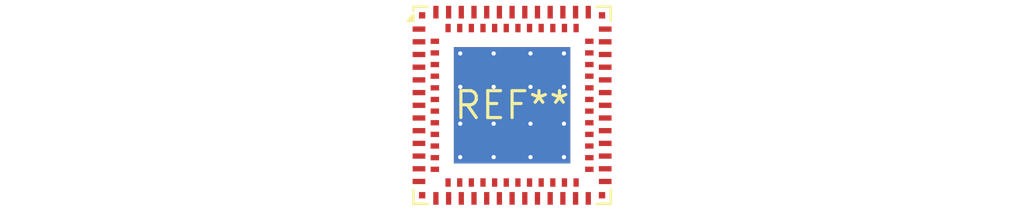
<source format=kicad_pcb>
(kicad_pcb (version 20240108) (generator pcbnew)
  (layers (0 "F.Cu" signal) (31 "B.Cu" signal) (34 "B.Paste" user) (35 "F.Paste" user) (36 "B.SilkS" user "B.Silkscreen") (37 "F.SilkS" user "F.Silkscreen") (38 "B.Mask" user) (39 "F.Mask" user) (44 "Edge.Cuts" user))
  (net 0 "")
  (footprint "Texas_S-PWQFN-N100_EP5.5x5.5mm_ThermalVias" (layer "F.Cu") (at 0 0)
    (property "Reference" "REF**")
    (property "Value" "Texas_S-PWQFN-N100_EP5.5x5.5mm_ThermalVias")
    (fp_line (start -4.66 -4.66) (end -3.99 -4.66) (layer "F.SilkS") (stroke (width 0.12)))
    (fp_line (start -4.66 -4.47) (end -4.66 -4.66) (layer "F.SilkS") (stroke (width 0.12)))
    (fp_line (start -4.66 3.99) (end -4.66 4.66) (layer "F.SilkS") (stroke (width 0.12)))
    (fp_line (start -4.66 4.66) (end -3.99 4.66) (layer "F.SilkS") (stroke (width 0.12)))
    (fp_line (start 4.66 -4.66) (end 3.99 -4.66) (layer "F.SilkS") (stroke (width 0.12)))
    (fp_line (start 4.66 -3.99) (end 4.66 -4.66) (layer "F.SilkS") (stroke (width 0.12)))
    (fp_line (start 4.66 3.99) (end 4.66 4.66) (layer "F.SilkS") (stroke (width 0.12)))
    (fp_line (start 4.66 4.66) (end 3.99 4.66) (layer "F.SilkS") (stroke (width 0.12)))
    (fp_poly (pts (xy -4.66 -3.99) (xy -4.94 -3.99) (xy -4.66 -4.27) (xy -4.66 -3.99)) (layer "F.SilkS") (stroke (width 0.12)) (fill solid))
    (pad "A1" smd rect (at -4.4 -3.6 90) (size 0.25 0.6) (layers "F.Cu" "F.Paste" "F.Mask"))
    (pad "A2" smd rect (at -4.4 -3 90) (size 0.25 0.6) (layers "F.Cu" "F.Paste" "F.Mask"))
    (pad "A3" smd rect (at -4.4 -2.4 90) (size 0.25 0.6) (layers "F.Cu" "F.Paste" "F.Mask"))
    (pad "A4" smd rect (at -4.4 -1.8 90) (size 0.25 0.6) (layers "F.Cu" "F.Paste" "F.Mask"))
    (pad "A5" smd rect (at -4.4 -1.2 90) (size 0.25 0.6) (layers "F.Cu" "F.Paste" "F.Mask"))
    (pad "A6" smd rect (at -4.4 -0.6 90) (size 0.25 0.6) (layers "F.Cu" "F.Paste" "F.Mask"))
    (pad "A7" smd rect (at -4.4 0 90) (size 0.25 0.6) (layers "F.Cu" "F.Paste" "F.Mask"))
    (pad "A8" smd rect (at -4.4 0.6 90) (size 0.25 0.6) (layers "F.Cu" "F.Paste" "F.Mask"))
    (pad "A9" smd rect (at -4.4 1.2 90) (size 0.25 0.6) (layers "F.Cu" "F.Paste" "F.Mask"))
    (pad "A10" smd rect (at -4.4 1.8 90) (size 0.25 0.6) (layers "F.Cu" "F.Paste" "F.Mask"))
    (pad "A11" smd rect (at -4.4 2.4 90) (size 0.25 0.6) (layers "F.Cu" "F.Paste" "F.Mask"))
    (pad "A12" smd rect (at -4.4 3 90) (size 0.25 0.6) (layers "F.Cu" "F.Paste" "F.Mask"))
    (pad "A13" smd rect (at -4.4 3.6 90) (size 0.25 0.6) (layers "F.Cu" "F.Paste" "F.Mask"))
    (pad "A14" smd rect (at -3.6 4.4) (size 0.25 0.6) (layers "F.Cu" "F.Paste" "F.Mask"))
    (pad "A15" smd rect (at -3 4.4) (size 0.25 0.6) (layers "F.Cu" "F.Paste" "F.Mask"))
    (pad "A16" smd rect (at -2.4 4.4) (size 0.25 0.6) (layers "F.Cu" "F.Paste" "F.Mask"))
    (pad "A17" smd rect (at -1.8 4.4) (size 0.25 0.6) (layers "F.Cu" "F.Paste" "F.Mask"))
    (pad "A18" smd rect (at -1.2 4.4) (size 0.25 0.6) (layers "F.Cu" "F.Paste" "F.Mask"))
    (pad "A19" smd rect (at -0.6 4.4) (size 0.25 0.6) (layers "F.Cu" "F.Paste" "F.Mask"))
    (pad "A20" smd rect (at 0 4.4) (size 0.25 0.6) (layers "F.Cu" "F.Paste" "F.Mask"))
    (pad "A21" smd rect (at 0.6 4.4) (size 0.25 0.6) (layers "F.Cu" "F.Paste" "F.Mask"))
    (pad "A22" smd rect (at 1.2 4.4) (size 0.25 0.6) (layers "F.Cu" "F.Paste" "F.Mask"))
    (pad "A23" smd rect (at 1.8 4.4) (size 0.25 0.6) (layers "F.Cu" "F.Paste" "F.Mask"))
    (pad "A24" smd rect (at 2.4 4.4) (size 0.25 0.6) (layers "F.Cu" "F.Paste" "F.Mask"))
    (pad "A25" smd rect (at 3 4.4) (size 0.25 0.6) (layers "F.Cu" "F.Paste" "F.Mask"))
    (pad "A26" smd rect (at 3.6 4.4) (size 0.25 0.6) (layers "F.Cu" "F.Paste" "F.Mask"))
    (pad "A27" smd rect (at 4.4 3.6 90) (size 0.25 0.6) (layers "F.Cu" "F.Paste" "F.Mask"))
    (pad "A28" smd rect (at 4.4 3 90) (size 0.25 0.6) (layers "F.Cu" "F.Paste" "F.Mask"))
    (pad "A29" smd rect (at 4.4 2.4 90) (size 0.25 0.6) (layers "F.Cu" "F.Paste" "F.Mask"))
    (pad "A30" smd rect (at 4.4 1.8 90) (size 0.25 0.6) (layers "F.Cu" "F.Paste" "F.Mask"))
    (pad "A31" smd rect (at 4.4 1.2 90) (size 0.25 0.6) (layers "F.Cu" "F.Paste" "F.Mask"))
    (pad "A32" smd rect (at 4.4 0.6 90) (size 0.25 0.6) (layers "F.Cu" "F.Paste" "F.Mask"))
    (pad "A33" smd rect (at 4.4 0 90) (size 0.25 0.6) (layers "F.Cu" "F.Paste" "F.Mask"))
    (pad "A34" smd rect (at 4.4 -0.6 90) (size 0.25 0.6) (layers "F.Cu" "F.Paste" "F.Mask"))
    (pad "A35" smd rect (at 4.4 -1.2 90) (size 0.25 0.6) (layers "F.Cu" "F.Paste" "F.Mask"))
    (pad "A36" smd rect (at 4.4 -1.8 90) (size 0.25 0.6) (layers "F.Cu" "F.Paste" "F.Mask"))
    (pad "A37" smd rect (at 4.4 -2.4 90) (size 0.25 0.6) (layers "F.Cu" "F.Paste" "F.Mask"))
    (pad "A38" smd rect (at 4.4 -3 90) (size 0.25 0.6) (layers "F.Cu" "F.Paste" "F.Mask"))
    (pad "A39" smd rect (at 4.4 -3.6 90) (size 0.25 0.6) (layers "F.Cu" "F.Paste" "F.Mask"))
    (pad "A40" smd rect (at 3.6 -4.4) (size 0.25 0.6) (layers "F.Cu" "F.Paste" "F.Mask"))
    (pad "A41" smd rect (at 3 -4.4) (size 0.25 0.6) (layers "F.Cu" "F.Paste" "F.Mask"))
    (pad "A42" smd rect (at 2.4 -4.4) (size 0.25 0.6) (layers "F.Cu" "F.Paste" "F.Mask"))
    (pad "A43" smd rect (at 1.8 -4.4) (size 0.25 0.6) (layers "F.Cu" "F.Paste" "F.Mask"))
    (pad "A44" smd rect (at 1.2 -4.4) (size 0.25 0.6) (layers "F.Cu" "F.Paste" "F.Mask"))
    (pad "A45" smd rect (at 0.6 -4.4) (size 0.25 0.6) (layers "F.Cu" "F.Paste" "F.Mask"))
    (pad "A46" smd rect (at 0 -4.4) (size 0.25 0.6) (layers "F.Cu" "F.Paste" "F.Mask"))
    (pad "A47" smd rect (at -0.6 -4.4) (size 0.25 0.6) (layers "F.Cu" "F.Paste" "F.Mask"))
    (pad "A48" smd rect (at -1.2 -4.4) (size 0.25 0.6) (layers "F.Cu" "F.Paste" "F.Mask"))
    (pad "A49" smd rect (at -1.8 -4.4) (size 0.25 0.6) (layers "F.Cu" "F.Paste" "F.Mask"))
    (pad "A50" smd rect (at -2.4 -4.4) (size 0.25 0.6) (layers "F.Cu" "F.Paste" "F.Mask"))
    (pad "A51" smd rect (at -3 -4.4) (size 0.25 0.6) (layers "F.Cu" "F.Paste" "F.Mask"))
    (pad "A52" smd rect (at -3.6 -4.4) (size 0.25 0.6) (layers "F.Cu" "F.Paste" "F.Mask"))
    (pad "A53" thru_hole circle (at -2.45 -2.45) (size 0.5 0.5) (drill 0.2) (layers *.Cu) (remove_unused_layers))
    (pad "A53" thru_hole circle (at -2.45 -0.87) (size 0.5 0.5) (drill 0.2) (layers *.Cu) (remove_unused_layers))
    (pad "A53" thru_hole circle (at -2.45 0.87) (size 0.5 0.5) (drill 0.2) (layers *.Cu) (remove_unused_layers))
    (pad "A53" thru_hole circle (at -2.45 2.45) (size 0.5 0.5) (drill 0.2) (layers *.Cu) (remove_unused_layers))
    (pad "A53" thru_hole circle (at -0.87 -2.45) (size 0.5 0.5) (drill 0.2) (layers *.Cu) (remove_unused_layers))
    (pad "A53" thru_hole circle (at -0.87 -0.87) (size 0.5 0.5) (drill 0.2) (layers *.Cu) (remove_unused_layers))
    (pad "A53" thru_hole circle (at -0.87 0.87) (size 0.5 0.5) (drill 0.2) (layers *.Cu) (remove_unused_layers))
    (pad "A53" thru_hole circle (at -0.87 2.45) (size 0.5 0.5) (drill 0.2) (layers *.Cu) (remove_unused_layers))
    (pad "A53" smd rect (at 0 0) (size 5.5 5.5) (layers "F.Cu" "F.Mask"))
    (pad "A53" smd rect (at 0 0) (size 5.5 5.5) (layers "B.Cu"))
    (pad "A53" thru_hole circle (at 0.87 -2.45) (size 0.5 0.5) (drill 0.2) (layers *.Cu) (remove_unused_layers))
    (pad "A53" thru_hole circle (at 0.87 -0.87) (size 0.5 0.5) (drill 0.2) (layers *.Cu) (remove_unused_layers))
    (pad "A53" thru_hole circle (at 0.87 0.87) (size 0.5 0.5) (drill 0.2) (layers *.Cu) (remove_unused_layers))
    (pad "A53" thru_hole circle (at 0.87 2.45) (size 0.5 0.5) (drill 0.2) (layers *.Cu) (remove_unused_layers))
    (pad "A53" thru_hole circle (at 2.45 -2.45) (size 0.5 0.5) (drill 0.2) (layers *.Cu) (remove_unused_layers))
    (pad "A53" thru_hole circle (at 2.45 -0.87) (size 0.5 0.5) (drill 0.2) (layers *.Cu) (remove_unused_layers))
    (pad "A53" thru_hole circle (at 2.45 0.87) (size 0.5 0.5) (drill 0.2) (layers *.Cu) (remove_unused_layers))
    (pad "A53" thru_hole circle (at 2.45 2.45) (size 0.5 0.5) (drill 0.2) (layers *.Cu) (remove_unused_layers))
    (pad "B1" smd rect (at -3.65 -3.025 90) (size 0.25 0.4) (layers "F.Cu" "F.Paste" "F.Mask"))
    (pad "B2" smd rect (at -3.65 -2.475 90) (size 0.25 0.4) (layers "F.Cu" "F.Paste" "F.Mask"))
    (pad "B3" smd rect (at -3.65 -1.925 90) (size 0.25 0.4) (layers "F.Cu" "F.Paste" "F.Mask"))
    (pad "B4" smd rect (at -3.65 -1.375 90) (size 0.25 0.4) (layers "F.Cu" "F.Paste" "F.Mask"))
    (pad "B5" smd rect (at -3.65 -0.825 90) (size 0.25 0.4) (layers "F.Cu" "F.Paste" "F.Mask"))
    (pad "B6" smd rect (at -3.65 -0.275 90) (size 0.25 0.4) (layers "F.Cu" "F.Paste" "F.Mask"))
    (pad "B7" smd rect (at -3.65 0.275 90) (size 0.25 0.4) (layers "F.Cu" "F.Paste" "F.Mask"))
    (pad "B8" smd rect (at -3.65 0.825 90) (size 0.25 0.4) (layers "F.Cu" "F.Paste" "F.Mask"))
    (pad "B9" smd rect (at -3.65 1.375 90) (size 0.25 0.4) (layers "F.Cu" "F.Paste" "F.Mask"))
    (pad "B10" smd rect (at -3.65 1.925 90) (size 0.25 0.4) (layers "F.Cu" "F.Paste" "F.Mask"))
    (pad "B11" smd rect (at -3.65 2.475 90) (size 0.25 0.4) (layers "F.Cu" "F.Paste" "F.Mask"))
    (pad "B12" smd rect (at -3.65 3.025 90) (size 0.25 0.4) (layers "F.Cu" "F.Paste" "F.Mask"))
    (pad "B13" smd rect (at -3.025 3.65) (size 0.25 0.4) (layers "F.Cu" "F.Paste" "F.Mask"))
    (pad "B14" smd rect (at -2.475 3.65) (size 0.25 0.4) (layers "F.Cu" "F.Paste" "F.Mask"))
    (pad "B15" smd rect (at -1.925 3.65) (size 0.25 0.4) (layers "F.Cu" "F.Paste" "F.Mask"))
    (pad "B16" smd rect (at -1.375 3.65) (size 0.25 0.4) (layers "F.Cu" "F.Paste" "F.Mask"))
    (pad "B17" smd rect (at -0.825 3.65) (size 0.25 0.4) (layers "F.Cu" "F.Paste" "F.Mask"))
    (pad "B18" smd rect (at -0.275 3.65) (size 0.25 0.4) (layers "F.Cu" "F.Paste" "F.Mask"))
    (pad "B19" smd rect (at 0.275 3.65) (size 0.25 0.4) (layers "F.Cu" "F.Paste" "F.Mask"))
    (pad "B20" smd rect (at 0.825 3.65) (size 0.25 0.4) (layers "F.Cu" "F.Paste" "F.Mask"))
    (pad "B21" smd rect (at 1.375 3.65) (size 0.25 0.4) (layers "F.Cu" "F.Paste" "F.Mask"))
    (pad "B22" smd rect (at 1.925 3.65) (size 0.25 0.4) (layers "F.Cu" "F.Paste" "F.Mask"))
    (pad "B23" smd rect (at 2.475 3.65) (size 0.25 0.4) (layers "F.Cu" "F.Paste" "F.Mask"))
    (pad "B24" smd rect (at 3.025 3.65) (size 0.25 0.4) (layers "F.Cu" "F.Paste" "F.Mask"))
    (pad "B25" smd rect (at 3.65 3.025 90) (size 0.25 0.4) (layers "F.Cu" "F.Paste" "F.Mask"))
    (pad "B26" smd rect (at 3.65 2.475 90) (size 0.25 0.4) (layers "F.Cu" "F.Paste" "F.Mask"))
    (pad "B27" smd rect (at 3.65 1.925 90) (size 0.25 0.4) (layers "F.Cu" "F.Paste" "F.Mask"))
    (pad "B28" smd rect (at 3.65 1.375 90) (size 0.25 0.4) (layers "F.Cu" "F.Paste" "F.Mask"))
    (pad "B29" smd rect (at 3.65 0.825 90) (size 0.25 0.4) (layers "F.Cu" "F.Paste" "F.Mask"))
    (pad "B30" smd rect (at 3.65 0.275 90) (size 0.25 0.4) (layers "F.Cu" "F.Paste" "F.Mask"))
    (pad "B31" smd rect (at 3.65 -0.275 90) (size 0.25 0.4) (layers "F.Cu" "F.Paste" "F.Mask"))
    (pad "B32" smd rect (at 3.65 -0.825 90) (size 0.25 0.4) (layers "F.Cu" "F.Paste" "F.Mask"))
    (pad "B33" smd rect (at 3.65 -1.375 90) (size 0.25 0.4) (layers "F.Cu" "F.Paste" "F.Mask"))
    (pad "B34" smd rect (at 3.65 -1.925 90) (size 0.25 0.4) (layers "F.Cu" "F.Paste" "F.Mask"))
    (pad "B35" smd rect (at 3.65 -2.475 90) (size 0.25 0.4) (layers "F.Cu" "F.Paste" "F.Mask"))
    (pad "B36" smd rect (at 3.65 -3.025 90) (size 0.25 0.4) (layers "F.Cu" "F.Paste" "F.Mask"))
    (pad "B37" smd rect (at 3.025 -3.65) (size 0.25 0.4) (layers "F.Cu" "F.Paste" "F.Mask"))
    (pad "B38" smd rect (at 2.475 -3.65) (size 0.25 0.4) (layers "F.Cu" "F.Paste" "F.Mask"))
    (pad "B39" smd rect (at 1.925 -3.65) (size 0.25 0.4) (layers "F.Cu" "F.Paste" "F.Mask"))
    (pad "B40" smd rect (at 1.375 -3.65) (size 0.25 0.4) (layers "F.Cu" "F.Paste" "F.Mask"))
    (pad "B41" smd rect (at 0.825 -3.65) (size 0.25 0.4) (layers "F.Cu" "F.Paste" "F.Mask"))
    (pad "B42" smd rect (at 0.275 -3.65) (size 0.25 0.4) (layers "F.Cu" "F.Paste" "F.Mask"))
    (pad "B43" smd rect (at -0.275 -3.65) (size 0.25 0.4) (layers "F.Cu" "F.Paste" "F.Mask"))
    (pad "B44" smd rect (at -0.825 -3.65) (size 0.25 0.4) (layers "F.Cu" "F.Paste" "F.Mask"))
    (pad "B45" smd rect (at -1.375 -3.65) (size 0.25 0.4) (layers "F.Cu" "F.Paste" "F.Mask"))
    (pad "B46" smd rect (at -1.925 -3.65) (size 0.25 0.4) (layers "F.Cu" "F.Paste" "F.Mask"))
    (pad "B47" smd rect (at -2.475 -3.65) (size 0.25 0.4) (layers "F.Cu" "F.Paste" "F.Mask"))
    (pad "B48" smd rect (at -3.025 -3.65) (size 0.25 0.4) (layers "F.Cu" "F.Paste" "F.Mask"))
    (pad "C1" smd rect (at -4.25 -4.25) (size 0.3 0.3) (layers "F.Cu" "F.Paste" "F.Mask"))
    (pad "C2" smd rect (at -4.25 4.25) (size 0.3 0.3) (layers "F.Cu" "F.Paste" "F.Mask"))
    (pad "C3" smd rect (at 4.25 4.25) (size 0.3 0.3) (layers "F.Cu" "F.Paste" "F.Mask"))
    (pad "C4" smd rect (at 4.25 -4.25) (size 0.3 0.3) (layers "F.Cu" "F.Paste" "F.Mask"))
  )
)
</source>
